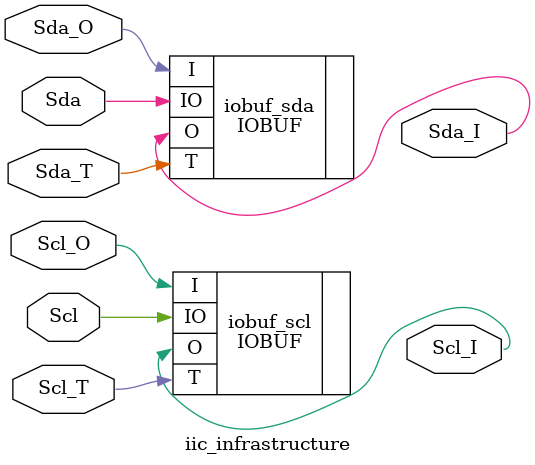
<source format=v>
module iic_infrastructure(
    output Sda_I,
    input  Sda_O,
    input  Sda_T,
    output Scl_I,
    input  Scl_O,
    input  Scl_T,
    inout  Sda,
    inout  Scl
  );
  IOBUF iobuf_sda(
    .O (Sda_I),
    .IO(Sda),
    .I (Sda_O),
    .T (Sda_T)
  );
  IOBUF iobuf_scl(
    .O (Scl_I),
    .IO(Scl),
    .I (Scl_O),
    .T (Scl_T)
  );
endmodule

</source>
